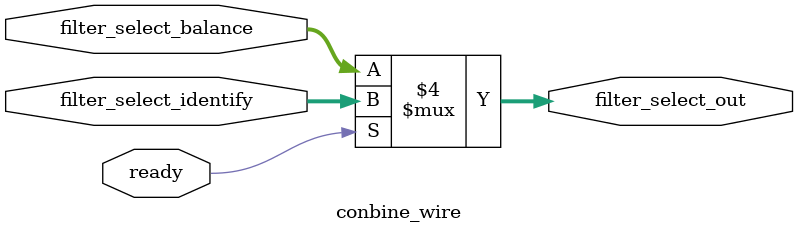
<source format=v>
`timescale 1ns / 1ps


module conbine_wire(
input ready,
input [1:0]filter_select_balance,
input [1:0]filter_select_identify,
output  reg [1:0] filter_select_out
    );
    always@(*)
    begin
        if(!ready)
        begin
            filter_select_out = filter_select_balance;       
        end
        else
        begin
         filter_select_out = filter_select_identify;       
        end
    end
    
    
endmodule


</source>
